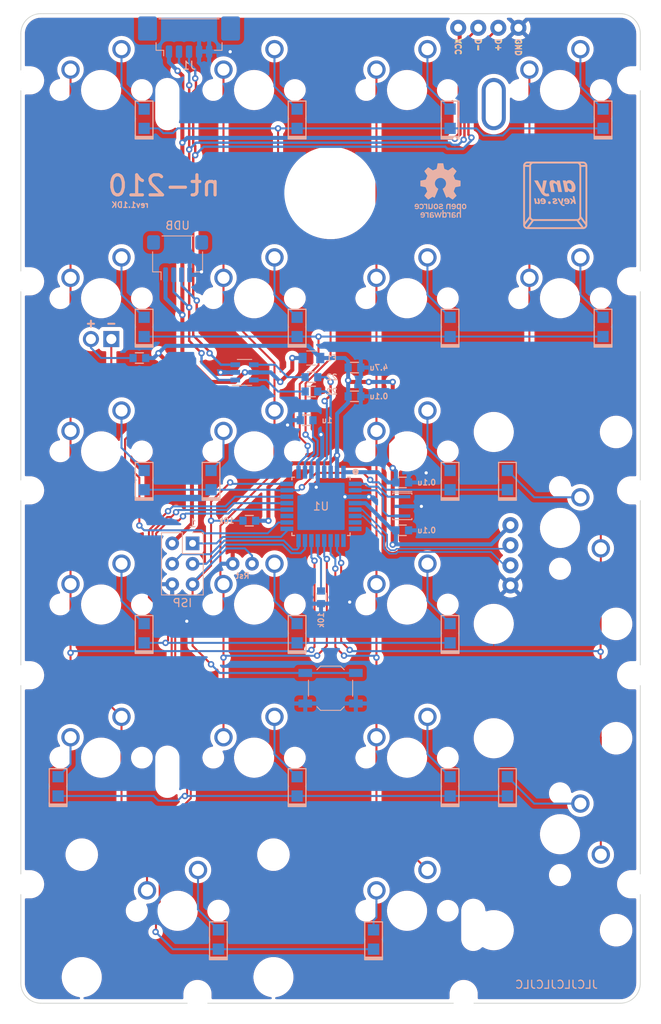
<source format=kicad_pcb>
(kicad_pcb (version 20211014) (generator pcbnew)
  (layers (0 "F.Cu" signal) (31 "B.Cu" signal) (34 "B.Paste" user) (35 "F.Paste" user) (36 "B.SilkS" user "B.Silkscreen") (37 "F.SilkS" user "F.Silkscreen") (38 "B.Mask" user) (39 "F.Mask" user) (44 "Edge.Cuts" user))
  (net 0 "")
  (net 1 "Net-(C5-Pad1)")
  (net 2 "GND")
  (net 3 "VCC")
  (net 4 "VUSB")
  (net 5 "D+")
  (net 6 "D-")
  (net 7 "MISO")
  (net 8 "SCK")
  (net 9 "MOSI")
  (net 10 "RST")
  (net 11 "Net-(R1-Pad1)")
  (net 12 "Net-(L1-Pad2)")
  (net 13 "Net-(D1-Pad2)")
  (net 14 "col0")
  (net 15 "Net-(D2-Pad2)")
  (net 16 "col1")
  (net 17 "Net-(D3-Pad2)")
  (net 18 "col2")
  (net 19 "col3")
  (net 20 "Net-(D5-Pad2)")
  (net 21 "Net-(D9-Pad2)")
  (net 22 "Net-(D10-Pad2)")
  (net 23 "Net-(D12-Pad2)")
  (net 24 "Net-(D13-Pad2)")
  (net 26 "Net-(D20-Pad2)")
  (net 28 "Net-(D21-Pad2)")
  (net 29 "Net-(L1-Pad1)")
  (net 32 "Net-(U1-Pad2)")
  (net 33 "Net-(U1-Pad1)")
  (net 34 "row0")
  (net 35 "row1")
  (net 36 "row2")
  (net 37 "row3")
  (net 38 "row4")
  (net 39 "row5")
  (net 40 "Net-(D23-Pad2)")
  (net 41 "Net-(D17-Pad2)")
  (net 42 "Net-(D18-Pad2)")
  (net 43 "Net-(D19-Pad2)")
  (net 44 "Net-(D14-Pad2)")
  (net 45 "Net-(D15-Pad2)")
  (net 46 "Net-(D11-Pad2)")
  (net 47 "Net-(D4-Pad2)")
  (net 48 "Net-(D6-Pad2)")
  (net 49 "Net-(D7-Pad2)")
  (net 50 "Net-(D8-Pad2)")
  (net 51 "Net-(R1-Pad2)")
  (net 52 "Net-(R2-Pad1)")
  (net 53 "Net-(R2-Pad2)")
  (net 54 "Net-(R3-Pad2)")
  (footprint "" (layer "F.Cu") (at 60.5028 63.6524 90)
    (fp_text reference "")
    (fp_text value "")
  )
  (footprint "footprints:solder_header" (layer "F.Cu") (at 57.745353 1.785931)
    (fp_text reference "J4" hide)
    (fp_text value "Solder header")
  )
  (footprint "Keeb_switches:CHERRY_PLATE_100H" (layer "F.Cu") (at 28.575 9.525)
    (fp_text reference "K2" hide)
    (fp_text value "KEYSW" hide)
  )
  (footprint "footprints:sidehole" (layer "F.Cu") (at 0.175008 59.325008)
    (fp_text reference "REF**" hide)
    (fp_text value "sidehole")
  )
  (footprint "footprints:Mx-2.00U" (layer "F.Cu") (at 19.050008 111.625008)
    (fp_text reference "K21")
    (fp_text value "KEYSW")
  )
  (footprint "footprints:sidehole" (layer "F.Cu") (at 76.025008 8.325008)
    (fp_text reference "REF**" hide)
    (fp_text value "sidehole")
  )
  (footprint "footprints:plate_mount_tht" (layer "F.Cu") (at 66.675 9.525)
    (fp_text reference "REF**" hide)
    (fp_text value "plate_mount_tht")
  )
  (footprint "Keeb_switches:CHERRY_PLATE_100H" (layer "F.Cu") (at 28.575008 92.575008)
    (fp_text reference "K18" hide)
    (fp_text value "KEYSW" hide)
  )
  (footprint "Keeb_switches:CHERRY_PLATE_100H" (layer "F.Cu") (at 9.525008 54.475008)
    (fp_text reference "K9" hide)
    (fp_text value "KEYSW" hide)
  )
  (footprint "Keeb_switches:CHERRY_PLATE_100H" (layer "F.Cu") (at 9.525008 92.575008)
    (fp_text reference "K17" hide)
    (fp_text value "KEYSW" hide)
  )
  (footprint "Keeb_switches:CHERRY_PLATE_100H" (layer "F.Cu") (at 47.625008 111.625008)
    (fp_text reference "K23" hide)
    (fp_text value "KEYSW" hide)
  )
  (footprint "" (layer "F.Cu") (at 60.5028 66.1524 90)
    (fp_text reference "")
    (fp_text value "")
  )
  (footprint "footprints:sidehole" (layer "F.Cu") (at 54.675008 122.475008 90)
    (fp_text reference "REF**" hide)
    (fp_text value "sidehole")
  )
  (footprint "footprints:sidehole" (layer "F.Cu") (at 0.175008 33.325008)
    (fp_text reference "REF**" hide)
    (fp_text value "sidehole")
  )
  (footprint "" (layer "F.Cu") (at 60.5028 68.6524 90)
    (fp_text reference "")
    (fp_text value "")
  )
  (footprint "Keeb_switches:CHERRY_PLATE_100H" (layer "F.Cu") (at 9.525 9.525)
    (fp_text reference "K1" hide)
    (fp_text value "KEYSW" hide)
  )
  (footprint "footprints:sidehole" (layer "F.Cu") (at 76.025008 82.325008)
    (fp_text reference "REF**" hide)
    (fp_text value "sidehole")
  )
  (footprint "footprints:sidehole" (layer "F.Cu") (at 76.025008 59.325008)
    (fp_text reference "REF**" hide)
    (fp_text value "sidehole")
  )
  (footprint "footprints:10.5mm_hole" (layer "F.Cu") (at 38.100008 22.325008)
    (fp_text reference "REF**" hide)
    (fp_text value "10.5mm_hole")
  )
  (footprint "Keeb_switches:CHERRY_PLATE_100H" (layer "F.Cu") (at 47.625008 35.425008)
    (fp_text reference "K7" hide)
    (fp_text value "KEYSW" hide)
  )
  (footprint "footprints:sidehole" (layer "F.Cu") (at 0.175008 108.325008)
    (fp_text reference "REF**" hide)
    (fp_text value "sidehole")
  )
  (footprint "Keeb_switches:CHERRY_MX_LED_neo" (layer "F.Cu") (at 9.525008 35.425008)
    (fp_text reference "L1" hide)
    (fp_text value "LED" hide)
  )
  (footprint "" (layer "F.Cu") (at 26.408 68.453)
    (fp_text reference "")
    (fp_text value "")
  )
  (footprint "Keeb_switches:CHERRY_PLATE_100H" (layer "F.Cu") (at 9.525008 35.425008)
    (fp_text reference "K5" hide)
    (fp_text value "KEYSW" hide)
  )
  (footprint "footprints:sidehole" (layer "F.Cu") (at 0.175008 82.325008)
    (fp_text reference "REF**" hide)
    (fp_text value "sidehole")
  )
  (footprint "Keeb_switches:CHERRY_PLATE_100H" (layer "F.Cu") (at 47.625008 92.575008)
    (fp_text reference "K19" hide)
    (fp_text value "KEYSW" hide)
  )
  (footprint "footprints:sidehole" (layer "F.Cu") (at 76.025008 108.325008)
    (fp_text reference "REF**" hide)
    (fp_text value "sidehole")
  )
  (footprint "footprints:sidehole" (layer "F.Cu") (at 21.525008 122.475008 90)
    (fp_text reference "REF**" hide)
    (fp_text value "sidehole")
  )
  (footprint "footprints:sidehole" (layer "F.Cu") (at 76.025008 33.325008)
    (fp_text reference "REF**" hide)
    (fp_text value "sidehole")
  )
  (footprint "footprints:Mx-2.00U" (layer "F.Cu") (at 66.675008 64.000008 -90)
    (fp_text reference "K20")
    (fp_text value "KEYSW")
  )
  (footprint "Keeb_switches:CHERRY_PLATE_100H" (layer "F.Cu") (at 47.625008 73.525008)
    (fp_text reference "K15" hide)
    (fp_text value "KEYSW" hide)
  )
  (footprint "Keeb_switches:CHERRY_PLATE_100H" (layer "F.Cu") (at 28.575008 54.475008)
    (fp_text reference "K10" hide)
    (fp_text value "KEYSW" hide)
  )
  (footprint "Keeb_switches:CHERRY_PLATE_100H" (layer "F.Cu") (at 66.675008 35.425008)
    (fp_text reference "K8" hide)
    (fp_text value "KEYSW" hide)
  )
  (footprint "Keeb_switches:CHERRY_PLATE_100H" (layer "F.Cu") (at 66.675 9.525)
    (fp_text reference "K4" hide)
    (fp_text value "KEYSW" hide)
  )
  (footprint "footprints:sidehole" (layer "F.Cu") (at 0.175008 8.325008)
    (fp_text reference "REF**" hide)
    (fp_text value "sidehole")
  )
  (footprint "Keeb_switches:CHERRY_PLATE_100H" (layer "F.Cu") (at 28.575008 35.425008)
    (fp_text reference "K6" hide)
    (fp_text value "KEYSW" hide)
  )
  (footprint "Keeb_switches:CHERRY_PLATE_100H" (layer "F.Cu") (at 47.625008 54.475008)
    (fp_text reference "K11" hide)
    (fp_text value "KEYSW" hide)
  )
  (footprint "Keeb_switches:CHERRY_PLATE_100H" (layer "F.Cu") (at 28.575008 73.525008)
    (fp_text reference "K14" hide)
    (fp_text value "KEYSW" hide)
  )
  (footprint "footprints:Mx-2.00U" (layer "F.Cu") (at 66.675008 102.100008 -90)
    (fp_text reference "K20")
    (fp_text value "KEYSW")
  )
  (footprint "" (layer "F.Cu") (at 60.5028 71.1524 90)
    (fp_text reference "")
    (fp_text value "")
  )
  (footprint "Keeb_switches:CHERRY_PLATE_100H" (layer "F.Cu") (at 9.525008 73.525008)
    (fp_text reference "K13" hide)
    (fp_text value "KEYSW" hide)
  )
  (footprint "" (layer "F.Cu") (at 28.321 68.453)
    (fp_text reference "")
    (fp_text value "")
  )
  (footprint "Keeb_switches:CHERRY_PLATE_100H" (layer "F.Cu") (at 47.625 9.525)
    (fp_text reference "K3" hide)
    (fp_text value "KEYSW" hide)
  )
  (footprint "Keeb_components:C_0603" (layer "B.Cu") (at 41.076589 44.053154)
    (fp_text reference "C4" hide)
    (fp_text value "4.7u")
  )
  (footprint "Keeb_components:D_0805" (layer "B.Cu") (at 33.932841 96.146934 90)
    (fp_text reference "D18")
    (fp_text value "D" hide)
  )
  (footprint "Keeb_components:D_0805" (layer "B.Cu") (at 52.982857 58.046902 90)
    (fp_text reference "D11")
    (fp_text value "D" hide)
  )
  (footprint "Keeb_components:ATMEGA32U2" (layer "B.Cu") (at 36.909398 61.317231 180)
    (fp_text reference "U1")
    (fp_text value "ATMEGA32U2")
  )
  (footprint "Button_Switch_SMD:SW_SPST_TL3342" (layer "B.Cu") (at 38.100024 83.939125)
    (fp_text reference "SW1" hide)
    (fp_text value "Reset")
  )
  (footprint "footprints:plate_mount" (layer "B.Cu") (at 9.525008 92.575008 180)
    (fp_text reference "REF**" hide)
    (fp_text value "plate_mount")
  )
  (footprint "Keeb_components:D_0805" (layer "B.Cu") (at 14.882825 77.096918 90)
    (fp_text reference "D13")
    (fp_text value "D" hide)
  )
  (footprint "footprints:MegaMan7" (layer "B.Cu") (at 27.686 22.987 180)
    (fp_text reference "G***" hide)
    (fp_text value "LOGO" hide)
  )
  (footprint "Keeb_components:C_0603" (layer "B.Cu") (at 41.076589 47.625032)
    (fp_text reference "C1" hide)
    (fp_text value "0.1u")
  )
  (footprint "Keeb_components:JST_SH_SM04B-SRSS-TB_1x04-1MP_P1.00mm_Horizontal" (layer "B.Cu") (at 19.050008 30.360955)
    (fp_text reference "J3" hide)
    (fp_text value "UDB")
  )
  (footprint "Keeb_components:F_0805" (layer "B.Cu") (at 35.718772 42.862528 180)
    (fp_text reference "F1")
    (fp_text value "Fuse" hide)
  )
  (footprint "Keeb_components:C_0603" (layer "B.Cu") (at 35.123459 50.601597 180)
    (fp_text reference "C5" hide)
    (fp_text value "1u")
  )
  (footprint "Keeb_components:D_0805" (layer "B.Cu") (at 33.932841 38.996886 90)
    (fp_text reference "D6")
    (fp_text value "D" hide)
  )
  (footprint "Keeb_components:D_0805" (layer "B.Cu") (at 33.932833 13.096878 90)
    (fp_text reference "D2")
    (fp_text value "D" hide)
  )
  (footprint "Keeb_components:D_0805" (layer "B.Cu") (at 24.130008 115.19695 90)
    (fp_text reference "D21")
    (fp_text value "D" hide)
  )
  (footprint "Keeb_components:R_0603" (layer "B.Cu") (at 27.979703 63.10317)
    (fp_text reference "R4" hide)
    (fp_text value "10k")
  )
  (footprint "footprints:plate_mount" (layer "B.Cu") (at 47.62504 111.625072 180)
    (fp_text reference "REF**" hide)
    (fp_text value "plate_mount")
  )
  (footprint "Keeb_components:USBLC6-2SC6" (layer "B.Cu") (at 27.38439 44.648467 180)
    (fp_text reference "U2" hide)
    (fp_text value "USBLC6-2SC6")
  )
  (footprint "Keeb_components:D_0805" (layer "B.Cu") (at 43.457849 115.19695 90)
    (fp_text reference "D23")
    (fp_text value "D" hide)
  )
  (footprint "Keeb_components:D_0805" (layer "B.Cu") (at 52.982857 38.996886 90)
    (fp_text reference "D7")
    (fp_text value "D" hide)
  )
  (footprint "Keeb_components:D_0805" (layer "B.Cu") (at 14.882825 38.996886 90)
    (fp_text reference "D5")
    (fp_text value "D" hide)
  )
  (footprint "Keeb_components:oshw" (layer "B.Cu") (at 51.792223 22.026573 180)
    (fp_text reference "G***" hide)
    (fp_text value "LOGO" hide)
  )
  (footprint "Keeb_components:D_0805" (layer "B.Cu") (at 72.032865 13.096878 90)
    (fp_text reference "D4")
    (fp_text value "D" hide)
  )
  (footprint "Keeb_components:D_0805" (layer "B.Cu") (at 52.982857 77.096918 90)
    (fp_text reference "D15")
    (fp_text value "D" hide)
  )
  (footprint "Keeb_components:D_0805" (layer "B.Cu") (at 60.126613 58.046902 90)
    (fp_text reference "D12")
    (fp_text value "D" hide)
  )
  (footprint "Keeb_components:D_0805" (layer "B.Cu") (at 4.167191 96.146934 90)
    (fp_text reference "D17")
    (fp_text value "D" hide)
  )
  (footprint "Keeb_components:D_0805" (layer "B.Cu") (at 60.126613 96.146934 90)
    (fp_text reference "D20")
    (fp_text value "D" hide)
  )
  (footprint "Keeb_components:D_0805" (layer "B.Cu") (at 23.217207 58.046902 90)
    (fp_text reference "D10")
    (fp_text value "D" hide)
  )
  (footprint "Keeb_components:R_0603" (layer "B.Cu") (at 36.909398 72.628178 90)
    (fp_text reference "R3" hide)
    (fp_text value "10k")
  )
  (footprint "Keeb_components:D_0805" (layer "B.Cu") (at 14.882825 58.046902 90)
    (fp_text reference "D9")
    (fp_text value "D" hide)
  )
  (footprint "Keeb_components:D_0805" (layer "B.Cu") (at 52.982857 96.146934 90)
    (fp_text reference "D19")
    (fp_text value "D" hide)
  )
  (footprint "Keeb_components:D_0805" (layer "B.Cu") (at 33.932841 77.096918 90)
    (fp_text reference "D14")
    (fp_text value "D" hide)
  )
  (footprint "Keeb_components:logo_new" (layer "B.Cu") (at 66.079735 22.621886 180)
    (fp_text reference "G***" hide)
    (fp_text value "LOGO" hide)
  )
  (footprint "Keeb_components:isp_standard" (layer "B.Cu") (at 19.645321 68.460987 180)
    (fp_text reference "J2" hide)
    (fp_text value "ISP")
  )
  (footprint "Keeb_components:R_0603" (layer "B.Cu") (at 35.718772 45.24378 180)
    (fp_text reference "R2" hide)
    (fp_text value "22")
  )
  (footprint "Keeb_components:D_0805" (layer "B.Cu") (at 72.032873 38.996886 90)
    (fp_text reference "D8")
    (fp_text value "D" hide)
  )
  (footprint "Keeb_components:R_0603" (layer "B.Cu") (at 14.287504 42.862528 180)
    (fp_text reference "R5" hide)
    (fp_text value "1k")
  )
  (footprint "Keeb_components:D_0805" (layer "B.Cu") (at 14.882817 13.096878 90)
    (fp_text reference "D1")
    (fp_text value "D" hide)
  )
  (footprint "Keeb_components:R_0603" (layer "B.Cu") (at 35.718772 47.029719 180)
    (fp_text reference "R1" hide)
    (fp_text value "22")
  )
  (footprint "Keeb_components:C_0603" (layer "B.Cu") (at 47.029719 58.340666)
    (fp_text reference "C2" hide)
    (fp_text value "0.1u")
  )
  (footprint "Keeb_components:Resonator_SMD_muRata_CSTNExxV-3Pin-p1.2" (layer "B.Cu") (at 47.029719 61.317231 -90)
    (fp_text reference "X1" hide)
    (fp_text value "16mhz")
  )
  (footprint "footprints:Molex-PicoBlade-533980571" (layer "B.Cu") (at 20.475008 3.375008)
    (fp_text reference "J1")
    (fp_text value "53398-0571")
  )
  (footprint "Keeb_components:C_0603" (layer "B.Cu") (at 47.029719 64.293796)
    (fp_text reference "C3" hide)
    (fp_text value "0.1u")
  )
  (footprint "footprints:plate_mount" (layer "B.Cu") (at 9.525 9.525 180)
    (fp_text reference "REF**" hide)
    (fp_text value "plate_mount")
  )
  (footprint "Keeb_components:D_0805" (layer "B.Cu") (at 52.982849 13.096878 90)
    (fp_text reference "D3")
    (fp_text value "D" hide)
  )
  (gr_arc (start 74.175008 0.025008) (mid 75.942775 0.757241) (end 76.675008 2.525008) (layer "Edge.Cuts") (width 0.1))
  (gr_line (start -0.474992 2.525008) (end -0.474992 120.625008) (layer "Edge.Cuts") (width 0.1))
  (gr_arc (start 76.675008 120.625008) (mid 75.942775 122.392775) (end 74.175008 123.125008) (layer "Edge.Cuts") (width 0.1))
  (gr_arc (start 2.025008 123.125008) (mid 0.257241 122.392775) (end -0.474992 120.625008) (layer "Edge.Cuts") (width 0.1))
  (gr_arc (start -0.474992 2.525008) (mid 0.257241 0.757241) (end 2.025008 0.025008) (layer "Edge.Cuts") (width 0.1))
  (gr_line (start 74.175008 0.025008) (end 2.025008 0.025008) (layer "Edge.Cuts") (width 0.1))
  (gr_line (start 76.675008 120.625008) (end 76.675008 2.525008) (layer "Edge.Cuts") (width 0.1))
  (gr_line (start 2.025008 123.125008) (end 74.175008 123.125008) (layer "Edge.Cuts") (width 0.1))
  (gr_text "D+" (at 58.995353 3.035931 90) (layer "B.SilkS") (effects (font (size 0.7 0.7)) (justify left mirror)))
  (gr_text "Rst" (at 26.2128 69.9516) (layer "B.SilkS") (effects (font (size 0.7 0.7)) (justify right mirror)))
  (gr_text "D-" (at 56.495353 3.035931 90) (layer "B.SilkS") (effects (font (size 0.7 0.7)) (justify left mirror)))
  (gr_text "rev1.1DK" (at 10.715626 23.812512) (layer "B.SilkS") (effects (font (size 0.7 0.7)) (justify right mirror)))
  (gr_text "JLCJLCJLCJLC" (at 66.2432 120.8024) (layer "B.SilkS") (effects (font (size 1 1)) (justify mirror)))
  (gr_text "VCC" (at 53.995353 3.035931 90) (layer "B.SilkS") (effects (font (size 0.7 0.7)) (justify left mirror)))
  (gr_text "GND" (at 61.495353 3.035931 90) (layer "B.SilkS") (effects (font (size 0.7 0.7)) (justify left mirror)))
  (gr_text "nt-210" (at 10.120313 21.43126) (layer "B.SilkS") (effects (font (size 2.5 2.5) (thickness 0.4)) (justify right mirror)))
  (gr_text "VCC" (at 53.995353 3.035931 -90) (layer "F.SilkS") (effects (font (size 0.7 0.7)) (justify left)))
  (gr_text "D+" (at 58.995353 3.035931 -90) (layer "F.SilkS") (effects (font (size 0.7 0.7)) (justify left)))
  (gr_text "D-" (at 56.495353 3.035931 -90) (layer "F.SilkS") (effects (font (size 0.7 0.7)) (justify left)))
  (gr_text "GND" (at 61.495353 3.035931 -90) (layer "F.SilkS") (effects (font (size 0.7 0.7)) (justify left)))
  (segment (start 35.910959 52.579723) (end 35.910959 50.601597) (width 0.25) (layer "B.Cu") (net 1))
  (segment (start 35.709398 55.664594) (end 36.485838 54.888154) (width 0.25) (layer "B.Cu") (net 1))
  (segment (start 35.709398 57.067231) (end 35.709398 55.664594) (width 0.25) (layer "B.Cu") (net 1))
  (segment (start 36.485838 53.154602) (end 35.910959 52.579723) (width 0.25) (layer "B.Cu") (net 1))
  (segment (start 36.485838 54.888154) (end 36.485838 53.154602) (width 0.25) (layer "B.Cu") (net 1))
  (segment (start 18.375321 71.000987) (end 18.375321 73.144117) (width 0.5) (layer "F.Cu") (net 2))
  (segment (start 18.375321 73.144117) (end 19.050008 73.818804) (width 0.5) (layer "F.Cu") (net 2))
  (segment (start 20.190821 74.959617) (end 20.190821 75.604743) (width 0.5) (layer "F.Cu") (net 2))
  (segment (start 19.050008 73.818804) (end 20.190821 74.959617) (width 0.5) (layer "F.Cu") (net 2))
  (via (at 36.314085 58.935979) (size 0.8) (drill 0.4) (layers "F.Cu" "B.Cu") (net 2))
  (via (at 32.742207 51.19691) (size 0.8) (drill 0.4) (layers "F.Cu" "B.Cu") (net 2))
  (via (at 39.885963 60.126605) (size 0.8) (drill 0.4) (layers "F.Cu" "B.Cu") (net 2))
  (via (at 42.862528 60.126605) (size 0.8) (drill 0.4) (layers "F.Cu" "B.Cu") (net 2))
  (via (at 50.006284 57.15004) (size 0.8) (drill 0.4) (layers "F.Cu" "B.Cu") (net 2))
  (via (at 36.910378 52.387536) (size 0.8) (drill 0.4) (layers "F.Cu" "B.Cu") (net 2))
  (via (at 20.190821 75.604743) (size 0.8) (drill 0.4) (layers "F.Cu" "B.Cu") (net 2))
  (via (at 22.026573 32.146894) (size 0.8) (drill 0.4) (layers "F.Cu" "B.Cu") (net 2))
  (via (at 49.410971 61.317231) (size 0.8) (drill 0.4) (layers "F.Cu" "B.Cu") (net 2))
  (via (at 40.481284 73.223499) (size 0.8) (drill 0.4) (layers "F.Cu" "B.Cu") (net 2))
  (via (at 25.598451 4.762496) (size 0.8) (drill 0.4) (layers "F.Cu" "B.Cu") (net 2))
  (via (at 24.407825 44.648467) (size 0.8) (drill 0.4) (layers "F.Cu" "B.Cu") (net 2))
  (segment (start 47.817219 58.340666) (end 47.817219 57.553166) (width 0.5) (layer "B.Cu") (net 2))
  (segment (start 36.909398 73.415678) (end 40.289105 73.415678) (width 0.5) (layer "B.Cu") (net 2))
  (segment (start 22.975008 4.625008) (end 25.460963 4.625008) (width 0.3) (layer "B.Cu") (net 2))
  (segment (start 26.23439 44.648467) (end 24.407825 44.648467) (width 0.5) (layer "B.Cu") (net 2))
  (segment (start 47.029719 61.317231) (end 49.410971 61.317231) (width 0.5) (layer "B.Cu") (net 2))
  (segment (start 37.060358 52.537516) (end 37.060358 55.126127) (width 0.5) (layer "B.Cu") (net 2))
  (segment (start 40.289105 73.415678) (end 40.481284 73.223499) (width 0.5) (layer "B.Cu") (net 2))
  (segment (start 37.060358 55.126127) (end 36.509398 55.677087) (width 0.5) (layer "B.Cu") (net 2))
  (segment (start 47.817219 57.553166) (end 48.220345 57.15004) (width 0.5) (layer "B.Cu") (net 2))
  (segment (start 21.725008 4.625008) (end 22.975008 4.625008) (width 0.3) (layer "B.Cu") (net 2))
  (segment (start 39.895337 60.117231) (end 39.885963 60.126605) (width 0.5) (layer "B.Cu") (net 2))
  (segment (start 34.335959 50.601597) (end 33.33752 50.601597) (width 0.5) (layer "B.Cu") (net 2))
  (segment (start 33.33752 50.601597) (end 32.742207 51.19691) (width 0.5) (layer "B.Cu") (net 2))
  (segment (start 36.509398 55.677087) (end 36.509398 57.067231) (width 0.5) (layer "B.Cu") (net 2))
  (segment (start 36.509398 58.740666) (end 36.314085 58.935979) (width 0.5) (layer "B.Cu") (net 2))
  (segment (start 25.460963 4.625008) (end 25.598451 4.762496) (width 0.3) (layer "B.Cu") (net 2))
  (segment (start 41.159398 60.117231) (end 42.853154 60.117231) (width 0.5) (layer "B.Cu") (net 2))
  (segment (start 36.509398 57.067231) (end 36.509398 58.740666) (width 0.5) (layer "B.Cu") (net 2))
  (segment (start 20.550008 32.510955) (end 21.662512 32.510955) (width 0.5) (layer "B.Cu") (net 2))
  (segment (start 41.159398 60.117231) (end 39.895337 60.117231) (width 0.5) (layer "B.Cu") (net 2))
  (segment (start 42.853154 60.117231) (end 42.862528 60.126605) (width 0.5) (layer "B.Cu") (net 2))
  (segment (start 48.220345 57.15004) (end 50.006284 57.15004) (width 0.5) (layer "B.Cu") (net 2))
  (segment (start 21.662512 32.510955) (end 22.026573 32.146894) (width 0.5) (layer "B.Cu") (net 2))
  (segment (start 36.910378 52.387536) (end 37.060358 52.537516) (width 0.5) (layer "B.Cu") (net 2))
  (segment (start 45.131587 55.847221) (end 45.131587 53.442198) (width 0.5) (layer "F.Cu") (net 3))
  (segment (start 45.131587 53.442198) (end 45.715015 52.85877) (width 0.5) (layer "F.Cu") (net 3))
  (segment (start 30.360955 63.10317) (end 30.360955 58.935979) (width 0.5) (layer "F.Cu") (net 3))
  (segment (start 37.932833 55.959414) (end 38.909398 54.982849) (width 0.5) (layer "F.Cu") (net 3))
  (segment (start 30.360955 58.935979) (end 33.33752 55.959414) (width 0.5) (layer "F.Cu") (net 3))
  (segment (start 45.839093 52.734692) (end 45.839093 45.839093) (width 0.5) (layer "F.Cu") (net 3))
  (segment (start 33.33752 55.959414) (end 37.932833 55.959414) (width 0.5) (layer "F.Cu") (net 3))
  (segment (start 45.839093 56.554727) (end 45.131587 55.847221) (width 0.5) (layer "F.Cu") (net 3))
  (segment (start 45.715015 52.85877) (end 45.839093 52.734692) (width 0.5) (layer "F.Cu") (net 3))
  (segment (start 45.839093 56.554727) (end 45.839093 66.079735) (width 0.5) (layer "F.Cu") (net 3))
  (segment (start 20.835947 63.460361) (end 20.835947 46.434406) (width 0.5) (layer "F.Cu") (net 3))
  (segment (start 40.481276 45.839093) (end 40.289089 45.646906) (width 0.5) (layer "F.Cu") (net 3))
  (segment (start 42.862528 45.839093) (end 40.481276 45.839093) (width 0.5) (layer "F.Cu") (net 3))
  (segment (start 20.835947 46.434406) (end 16.668756 42.267215) (width 0.5) (layer "F.Cu") (net 3))
  (segment (start 18.375321 65.920987) (end 20.835947 63.460361) (width 0.5) (layer "F.Cu") (net 3))
  (via (at 40.289089 45.646906) (size 0.8) (drill 0.4) (layers "F.Cu" "B.Cu") (net 3))
  (via (at 16.668756 42.267215) (size 0.8) (drill 0.4) (layers "F.Cu" "B.Cu") (net 3))
  (via (at 45.839093 66.079735) (size 0.8) (drill 0.4) (layers "F.Cu" "B.Cu") (net 3))
  (via (at 45.839093 56.554727) (size 0.8) (drill 0.4) (layers "F.Cu" "B.Cu") (net 3))
  (via (at 38.909398 54.982849) (size 0.8) (drill 0.4) (layers "F.Cu" "B.Cu") (net 3))
  (via (at 45.839093 45.839093) (size 0.8) (drill 0.4) (layers "F.Cu" "B.Cu") (net 3))
  (via (at 30.360955 63.10317) (size 0.8) (drill 0.4) (layers "F.Cu" "B.Cu") (net 3))
  (via (at 42.862528 45.839093) (size 0.8) (drill 0.4) (layers "F.Cu" "B.Cu") (net 3))
  (segment (start 45.24378 58.340666) (end 43.970345 57.067231) (width 0.5) (layer "B.Cu") (net 3))
  (segment (start 35.302641 41.346397) (end 17.589574 41.346397) (width 0.5) (layer "B.Cu") (net 3))
  (segment (start 40.289089 44.053154) (end 40.289089 43.265654) (width 0.5) (layer "B.Cu") (net 3))
  (segment (start 46.242219 65.676609) (end 45.839093 66.079735) (width 0.5) (layer "B.Cu") (net 3))
  (segment (start 38.909398 54.982849) (end 38.909398 49.792223) (width 0.5) (layer "B.Cu") (net 3))
  (segment (start 58.1152 66.04) (end 45.878828 66.04) (width 0.5) (layer "B.Cu") (net 3))
  (segment (start 16.668756 42.267215) (end 16.073443 42.862528) (width 0.5) (layer "B.Cu") (net 3))
  (segment (start 16.073443 42.862528) (end 15.075004 42.862528) (width 0.5) (layer "B.Cu") (net 3))
  (segment (start 60.5028 63.6524) (end 58.1152 66.04) (width 0.5) (layer "B.Cu") (net 3))
  (segment (start 45.878828 66.04) (end 45.839093 66.079735) (width 0.5) (layer "B.Cu") (net 3))
  (segment (start 42.462528 60.917231) (end 41.159398 60.917231) (width 0.5) (layer "B.Cu") (net 3))
  (segment (start 46.242219 64.293796) (end 46.242219 65.676609) (width 0.5) (layer "B.Cu") (net 3))
  (segment (start 45.839093 64.293796) (end 42.462528 60.917231) (width 0.5) (layer "B.Cu") (net 3))
  (segment (start 40.289089 43.265654) (end 39.885963 42.862528) (width 0.5) (layer "B.Cu") (net 3))
  (segment (start 40.289089 48.412532) (end 40.289089 47.625032) (width 0.5) (layer "B.Cu") (net 3))
  (segment (start 36.818772 42.862528) (end 35.302641 41.346397) (width 0.5) (layer "B.Cu") (net 3))
  (segment (start 38.909398 49.792223) (end 40.289089 48.412532) (width 0.5) (layer "B.Cu") (net 3))
  (segment (start 43.970345 57.067231) (end 39.709398 57.067231) (width 0.5) (layer "B.Cu") (net 3))
  (segment (start 17.589574 41.346397) (end 16.668756 42.267215) (width 0.5) (layer "B.Cu") (net 3))
  (segment (start 46.242219 58.340666) (end 46.242219 56.957853) (width 0.5) (layer "B.Cu") (net 3))
  (segment (start 40.289089 45.646906) (end 40.289089 47.625032) (width 0.5) (layer "B.Cu") (net 3))
  (segment (start 45.839093 45.839093) (end 42.862528 45.839093) (width 0.5) (layer "B.Cu") (net 3))
  (segment (start 46.242219 56.957853) (end 45.839093 56.554727) (width 0.5) (layer "B.Cu") (net 3))
  (segment (start 28.767203 63.10317) (end 30.360955 63.10317) (width 0.5) (layer "B.Cu") (net 3))
  (segment (start 39.885963 42.862528) (end 36.818772 42.862528) (width 0.5) (layer "B.Cu") (net 3))
  (segment (start 46.242219 58.340666) (end 45.24378 58.340666) (width 0.5) (layer "B.Cu") (net 3))
  (segment (start 46.242219 64.293796) (end 45.839093 64.293796) (width 0.5) (layer "B.Cu") (net 3))
  (segment (start 40.289089 44.053154) (end 40.289089 45.646906) (width 0.5) (layer "B.Cu") (net 3))
  (segment (start 38.909398 57.067231) (end 38.909398 54.982849) (width 0.5) (layer "B.Cu") (net 3))
  (segment (start 33.33752 44.341081) (end 31.839508 45.839093) (width 0.5) (layer "F.Cu") (net 4))
  (segment (start 19.645321 37.504711) (end 19.645321 16.073443) (width 0.5) (layer "F.Cu") (net 4))
  (segment (start 54.173483 14.287512) (end 54.173483 15.001067) (width 0.5) (layer "F.Cu") (net 4))
  (segment (start 26.193764 45.839093) (end 23.217199 45.839093) (width 0.5) (layer "F.Cu") (net 4))
  (segment (start 19.645321 42.267215) (end 19.645321 37.504711) (width 0.5) (layer "F.Cu") (net 4))
  (segment (start 33.33752 42.862528) (end 33.33752 44.341081) (width 0.5) (layer "F.Cu") (net 4))
  (segment (start 27.433892 44.648467) (end 27.38439 44.648467) (width 0.5) (layer "F.Cu") (net 4))
  (segment (start 27.38439 44.648467) (end 26.193764 45.839093) (width 0.5) (layer "F.Cu") (net 4))
  (segment (start 53.995353 1.785931) (end 54.173483 1.964061) (width 0.5) (layer "F.Cu") (net 4))
  (segment (start 19.645321 16.073443) (end 19.645321 7.739061) (width 0.5) (layer "F.Cu") (net 4))
  (segment (start 23.217199 45.839093) (end 19.645321 42.267215) (width 0.5) (layer "F.Cu") (net 4))
  (segment (start 19.645321 7.739061) (end 19.050008 7.143748) (width 0.5) (layer "F.Cu") (net 4))
  (segment (start 54.173483 1.964061) (end 54.173483 14.287512) (width 0.5) (layer "F.Cu") (net 4))
  (segment (start 54.173483 15.001067) (end 53.57817 15.59638) (width 0.5) (layer "F.Cu") (net 4))
  (via (at 27.433892 44.648467) (size 0.8) (drill 0.4) (layers "F.Cu" "B.Cu") (net 4))
  (via (at 53.57817 15.59638) (size 0.8) (drill 0.4) (layers "F.Cu" "B.Cu") (net 4))
  (via (at 19.645321 37.504711) (size 0.8) (drill 0.4) (layers "F.Cu" "B.Cu") (net 4))
  (via (at 19.050008 7.143748) (size 0.8) (drill 0.4) (layers "F.Cu" "B.Cu") (net 4))
  (via (at 31.839508 45.839093) (size 0.8) (drill 0.4) (layers "F.Cu" "B.Cu") (net 4))
  (via (at 33.33752 42.862528) (size 0.8) (drill 0.4) (layers "F.Cu" "B.Cu") (net 4))
  (via (at 19.645321 16.073443) (size 0.8) (drill 0.4) (layers "F.Cu" "B.Cu") (net 4))
  (segment (start 33.33752 42.862528) (end 34.618772 42.862528) (width 0.5) (layer "B.Cu") (net 4))
  (segment (start 30.648882 44.648467) (end 31.839508 45.839093) (width 0.5) (layer "B.Cu") (net 4))
  (segment (start 17.550008 35.409398) (end 19.645321 37.504711) (width 0.5) (layer "B.Cu") (net 4))
  (segment (start 27.433892 44.648467) (end 28.53439 44.648467) (width 0.5) (layer "B.Cu") (net 4))
  (segment (start 53.459928 15.478138) (end 20.240626 15.478138) (width 0.5) (layer "B.Cu") (net 4))
  (segment (start 17.550008 32.510955) (end 17.550008 35.409398) (width 0.5) (layer "B.Cu") (net 4))
  (segment (start 53.57817 15.59638) (end 53.459928 15.478138) (width 0.5) (layer "B.Cu") (net 4))
  (segment (start 17.975008 6.068748) (end 19.050008 7.143748) (width 0.5) (layer "B.Cu") (net 4))
  (segment (start 17.975008 4.625008) (end 17.975008 6.068748) (width 0.5) (layer "B.Cu") (net 4))
  (segment (start 28.53439 44.648467) (end 30.648882 44.648467) (width 0.5) (layer "B.Cu") (net 4))
  (segment (start 20.240626 15.478138) (end 19.645321 16.073443) (width 0.5) (layer "B.Cu") (net 4))
  (segment (start 21.244321 8.077605) (end 21.335466 8.16875) (width 0.3) (layer "F.Cu") (net 5))
  (segment (start 20.994341 9.770331) (end 20.994341 14.724439) (width 0.3) (layer "F.Cu") (net 5))
  (segment (start 55.272523 15.077585) (end 55.641739 15.446801) (width 0.3) (layer "F.Cu") (net 5))
  (segment (start 58.995353 1.785931) (end 55.272523 5.508761) (width 0.3) (layer "F.Cu") (net 5))
  (segment (start 55.272523 5.508761) (end 55.272523 7.143756) (width 0.3) (layer "F.Cu") (net 5))
  (segment (start 21.244332 16.481829) (end 21.244332 16.855711) (width 0.3) (layer "F.Cu") (net 5))
  (segment (start 21.43126 37.821499) (end 20.994341 38.258418) (width 0.3) (layer "F.Cu") (net 5))
  (segment (start 21.43126 35.718772) (end 21.43126 37.821499) (width 0.3) (layer "F.Cu") (net 5))
  (segment (start 23.031425 42.269008) (end 23.031425 42.081441) (width 0.3) (layer "F.Cu") (net 5))
  (segment (start 20.994341 18.89163) (end 20.994341 35.281853) (width 0.3) (layer "F.Cu") (net 5))
  (segment (start 20.994341 16.231837) (end 21.133611 16.371108) (width 0.3) (layer "F.Cu") (net 5))
  (segment (start 20.994341 18.89163) (end 20.994341 17.879678) (width 0.3) (layer "F.Cu") (net 5))
  (segment (start 21.133611 16.371108) (end 21.244332 16.481829) (width 0.3) (layer "F.Cu") (net 5))
  (segment (start 20.994341 35.281853) (end 21.43126 35.718772) (width 0.3) (layer "F.Cu") (net 5))
  (segment (start 20.994341 40.044357) (end 20.994341 38.258418) (width 0.3) (layer "F.Cu") (net 5))
  (segment (start 55.272523 7.143756) (end 55.272523 15.077585) (width 0.3) (layer "F.Cu") (net 5))
  (segment (start 20.994341 17.879678) (end 21.244321 17.629698) (width 0.3) (layer "F.Cu") (net 5))
  (segment (start 23.031425 42.081441) (end 20.994341 40.044357) (width 0.3) (layer "F.Cu") (net 5))
  (segment (start 21.335466 8.16875) (end 21.335466 9.429206) (width 0.3) (layer "F.Cu") (net 5))
  (segment (start 21.335466 9.429206) (end 20.994341 9.770331) (width 0.3) (layer "F.Cu") (net 5))
  (segment (start 20.994341 14.724439) (end 20.994341 16.231837) (width 0.3) (layer "F.Cu") (net 5))
  (segment (start 21.244321 17.629698) (end 21.244321 16.855711) (width 0.3) (layer "F.Cu") (net 5))
  (via (at 21.244321 8.077605) (size 0.8) (drill 0.4) (layers "F.Cu" "B.Cu") (net 5))
  (via (at 21.43126 35.718772) (size 0.8) (drill 0.4) (layers "F.Cu" "B.Cu") (net 5))
  (via (at 21.244321 17.629698) (size 0.8) (drill 0.4) (layers "F.Cu" "B.Cu") (net 5))
  (via (at 23.031425 42.269008) (size 0.8) (drill 0.4) (layers "F.Cu" "B.Cu") (net 5))
  (via (at 55.641739 15.446801) (size 0.8) (drill 0.4) (layers "F.Cu" "B.Cu") (net 5))
  (segment (start 53.754816 16.84541) (end 52.655776 16.84541) (width 0.3) (layer "B.Cu") (net 5))
  (segment (start 55.641739 15.794156) (end 54.590485 16.84541) (width 0.3) (layer "B.Cu") (net 5))
  (segment (start 45.549345 66.779246) (end 46.128841 66.779246) (width 0.2) (layer "B.Cu") (net 5))
  (segment (start 24.460884 43.698467) (end 23.031425 42.269008) (width 0.3) (layer "B.Cu") (net 5))
  (segment (start 45.139582 66.369483) (end 45.549345 66.779246) (width 0.2) (layer "B.Cu") (net 5))
  (segment (start 20.475008 6.187496) (end 21.244321 6.956809) (width 0.3) (layer "B.Cu") (net 5))
  (segment (start 54.590485 16.84541) (end 53.754816 16.84541) (width 0.3) (layer "B.Cu") (net 5))
  (segment (start 55.641739 15.446801) (end 55.641739 15.794156) (width 0.3) (layer "B.Cu") (net 5))
  (segment (start 20.475008 4.625008) (end 20.475008 6.187496) (width 0.3) (layer "B.Cu") (net 5))
  (segment (start 45.139582 64.823393) (end 45.139582 66.369483) (width 0.2) (layer "B.Cu") (net 5))
  (segment (start 46.128841 66.779246) (end 46.318567 66.58952) (width 0.2) (layer "B.Cu") (net 5))
  (segment (start 46.318567 66.58952) (end 60.06568 66.58952) (width 0.2) (layer "B.Cu") (net 5))
  (segment (start 19.550008 33.83752) (end 21.43126 35.718772) (width 0.3) (layer "B.Cu") (net 5))
  (segment (start 19.550008 32.510955) (end 19.550008 33.83752) (width 0.3) (layer "B.Cu") (net 5))
  (segment (start 48.815666 16.577178) (end 22.296841 16.577178) (width 0.3) (layer "B.Cu") (net 5))
  (segment (start 52.387544 16.577178) (end 48.815666 16.577178) (width 0.3) (layer "B.Cu") (net 5))
  (segment (start 26.23439 43.698467) (end 24.460884 43.698467) (width 0.3) (layer "B.Cu") (net 5))
  (segment (start 22.296841 16.577178) (end 21.244321 17.629698) (width 0.3) (layer "B.Cu") (net 5))
  (segment (start 42.03342 61.717231) (end 45.139582 64.823393) (width 0.2) (layer "B.Cu") (net 5))
  (segment (start 41.159398 61.717231) (end 42.03342 61.717231) (width 0.2) (layer "B.Cu") (net 5))
  (segment (start 60.06568 66.58952) (end 60.5028 66.1524) (width 0.2) (layer "B.Cu") (net 5))
  (segment (start 52.655776 16.84541) (end 52.387544 16.577178) (width 0.3) (layer "B.Cu") (net 5))
  (segment (start 21.244321 6.956809) (end 21.244321 8.077605) (width 0.3) (layer "B.Cu") (net 5))
  (segment (start 20.494821 40.724713) (end 22.031948 42.26184) (width 0.3) (layer "F.Cu") (net 6))
  (segment (start 20.494821 36.568272) (end 20.494821 40.724713) (width 0.3) (layer "F.Cu") (net 6))
  (segment (start 20.494821 16.922943) (end 20.494821 20.494821) (width 0.3) (layer "F.Cu") (net 6))
  (segment (start 20.494821 20.494821) (end 20.494821 36.568272) (width 0.3) (layer "F.Cu") (net 6))
  (segment (start 54.773003 15.602922) (end 54.675065 15.70086) (width 0.3) (layer "F.Cu") (net 6))
  (segment (start 56.495353 1.785931) (end 54.773003 3.508281) (width 0.3) (layer "F.Cu") (net 6))
  (segment (start 20.494821 8.929687) (end 20.494821 16.922943) (width 0.3) (layer "F.Cu") (net 6))
  (segment (start 54.773003 5.95313) (end 54.773003 15.602922) (width 0.3) (layer "F.Cu") (net 6))
  (segment (start 54.773003 3.508281) (end 54.773003 5.95313) (width 0.3) (layer "F.Cu") (net 6))
  (via (at 20.494821 8.929687) (size 0.8) (drill 0.4) (layers "F.Cu" "B.Cu") (net 6))
  (via (at 54.675065 15.70086) (size 0.8) (drill 0.4) (layers "F.Cu" "B.Cu") (net 6))
  (via (at 22.031948 42.26184) (size 0.8) (drill 0.4) (layers "F.Cu" "B.Cu") (net 6))
  (via (at 20.494821 36.568272) (size 0.8) (drill 0.4) (layers "F.Cu" "B.Cu") (net 6))
  (via (at 20.494821 16.922943) (size 0.8) (drill 0.4) (layers "F.Cu" "B.Cu") (net 6))
  (segment (start 22.031948 42.26184) (end 22.031948 43.463216) (width 0.3) (layer "B.Cu") (net 6))
  (segment (start 52.982857 16.077658) (end 21.340106 16.077658) (width 0.3) (layer "B.Cu") (net 6))
  (segment (start 46.484053 66.98904) (end 46.264693 67.2084) (width 0.2) (layer "B.Cu") (net 6))
  (segment (start 44.740062 65.097895) (end 42.159398 62.517231) (width 0.2) (layer "B.Cu") (net 6))
  (segment (start 20.494821 7.397935) (end 19.225008 6.128122) (width 0.3) (layer "B.Cu") (net 6))
  (segment (start 54.030034 16.345891) (end 53.25109 16.345891) (width 0.3) (layer "B.Cu") (net 6))
  (segment (start 18.550008 32.510955) (end 18.550008 34.623459) (width 0.3) (layer "B.Cu") (net 6))
  (segment (start 21.340106 16.077658) (end 20.494821 16.922943) (width 0.3) (layer "B.Cu") (net 6))
  (segment (start 24.167199 45.598467) (end 26.23439 45.598467) (width 0.3) (layer "B.Cu") (net 6))
  (segment (start 60.5028 68.6524) (end 59.7624 68.6524) (width 0.2) (layer "B.Cu") (net 6))
  (segment (start 45.413493 67.2084) (end 44.740063 66.53497) (width 0.2) (layer "B.Cu") (net 6))
  (segment (start 18.550008 34.623459) (end 20.494821 36.568272) (width 0.3) (layer "B.Cu") (net 6))
  (segment (start 22.031948 43.463216) (end 24.167199 45.598467) (width 0.3) (layer "B.Cu") (net 6))
  (segment (start 59.7624 68.6524) (end 58.09904 66.98904) (width 0.2) (layer "B.Cu") (net 6))
  (segment (start 20.494821 8.929687) (end 20.494821 7.397935) (width 0.3) (layer "B.Cu") (net 6))
  (segment (start 46.264693 67.2084) (end 45.413493 67.2084) (width 0.2) (layer "B.Cu") (net 6))
  (segment (start 54.675065 15.70086) (end 54.030034 16.345891) (width 0.3) (layer "B.Cu") (net 6))
  (segment (start 44.740063 66.53497) (end 44.740062 65.097895) (width 0.2) (layer "B.Cu") (net 6))
  (segment (start 53.25109 16.345891) (end 52.982857 16.077658) (width 0.3) (layer "B.Cu") (net 6))
  (segment (start 42.159398 62.517231) (end 41.159398 62.517231) (width 0.2) (layer "B.Cu") (net 6))
  (segment (start 19.225008 6.128122) (end 19.225008 4.625008) (width 0.3) (layer "B.Cu") (net 6))
  (segment (start 58.09904 66.98904) (end 46.484053 66.98904) (width 0.2) (layer "B.Cu") (net 6))
  (segment (start 32.659398 64.117231) (end 32.659398 64.376605) (width 0.25) (layer "B.Cu") (net 7))
  (segment (start 24.693727 65.117711) (end 31.918292 65.117711) (width 0.25) (layer "B.Cu") (net 7))
  (segment (start 32.659398 64.376605) (end 31.918292 65.117711) (width 0.25) (layer "B.Cu") (net 7))
  (segment (start 20.915321 65.920987) (end 23.89045 65.920987) (width 0.25) (layer "B.Cu") (net 7))
  (segment (start 23.89045 65.920987) (end 24.693727 65.117711) (width 0.25) (layer "B.Cu") (net 7))
  (segment (start 25.003138 66.079735) (end 22.621886 68.460987) (width 0.25) (layer "B.Cu") (net 8))
  (segment (start 33.201581 67.134422) (end 32.146894 66.079735) (width 0.25) (layer "B.Cu") (net 8))
  (segment (start 34.909398 65.567231) (end 34.909398 66.617231) (width 0.25) (layer "B.Cu") (net 8))
  (segment (start 32.146894 66.079735) (end 25.003138 66.079735) (width 0.25) (layer "B.Cu") (net 8))
  (segment (start 34.909398 66.617231) (end 34.392207 67.134422) (width 0.25) (layer "B.Cu") (net 8))
  (segment (start 34.392207 67.134422) (end 33.201581 67.134422) (width 0.25) (layer "B.Cu") (net 8))
  (segment (start 22.621886 68.460987) (end 20.915321 68.460987) (width 0.25) (layer "B.Cu") (net 8))
  (segment (start 18.375321 68.460987) (end 19.565947 67.270361) (width 0.25) (layer "B.Cu") (net 9))
  (segment (start 33.932833 66.675048) (end 34.109398 66.498483) (width 0.25) (layer "B.Cu") (net 9))
  (segment (start 34.109398 66.498483) (end 34.109398 65.567231) (width 0.25) (layer "B.Cu") (net 9))
  (segment (start 32.270108 65.567231) (end 32.596414 65.893538) (width 0.25) (layer "B.Cu") (net 9))
  (segment (start 24.879924 65.567231) (end 32.270108 65.567231) (width 0.25) (layer "B.Cu") (net 9))
  (segment (start 32.596414 65.893538) (end 33.377924 66.675048) (width 0.25) (layer "B.Cu") (net 9))
  (segment (start 23.176794 67.270361) (end 24.879924 65.567231) (width 0.25) (layer "B.Cu") (net 9))
  (segment (start 33.377924 66.675048) (end 33.932833 66.675048) (width 0.25) (layer "B.Cu") (net 9))
  (segment (start 19.565947 67.270361) (end 23.176794 67.270361) (width 0.25) (layer "B.Cu") (net 9))
  (segment (start 23.217199 80.96256) (end 20.915321 78.660682) (width 0.25) (layer "F.Cu") (net 10))
  (segment (start 20.915321 71.000987) (end 23.217199 68.699109) (width 0.25) (layer "F.Cu") (net 10))
  (segment (start 23.217199 60.721918) (end 25.598451 58.340666) (width 0.25) (layer "F.Cu") (net 10))
  (segment (start 23.217199 63.10317) (end 23.217199 60.721918) (width 0.25) (layer "F.Cu") (net 10))
  (segment (start 23.217199 66.079735) (end 23.217199 63.10317) (width 0.25) (layer "F.Cu") (net 10))
  (segment (start 20.915321 78.660682) (end 20.915321 71.000987) (width 0.25) (layer "F.Cu") (net 10))
  (segment (start 23.217199 68.699109) (end 23.217199 66.079735) (width 0.25) (layer "F.Cu") (net 10))
  (via (at 25.598451 58.340666) (size 0.8) (drill 0.4) (layers "F.Cu" "B.Cu") (net 10))
  (via (at 23.217199 80.96256) (size 0.8) (drill 0.4) (layers "F.Cu" "B.Cu") (net 10))
  (via (at 23.217199 63.10317) (size 0.8) (drill 0.4) (layers "F.Cu" "B.Cu") (net 10))
  (segment (start 25.598451 58.340666) (end 25.775016 58.517231) (width 0.25) (layer "B.Cu") (net 10))
  (segment (start 25.775016 58.517231) (end 32.659398 58.517231) (width 0.25) (layer "B.Cu") (net 10))
  (segment (start 34.950024 82.039125) (end 24.293764 82.039125) (width 0.25) (layer "B.Cu") (net 10))
  (segment (start 25.170591 66.548) (end 27.432 66.548) (width 0.25) (layer "B.Cu") (net 10))
  (segment (start 41.250024 82.039125) (end 34.950024 82.039125) (width 0.25) (layer "B.Cu") (net 10))
  (segment (start 20.915321 71.000987) (end 20.915321 70.80327) (width 0.25) (layer "B.Cu") (net 10))
  (segment (start 27.192203 63.10317) (end 23.217199 63.10317) (width 0.25) (layer "B.Cu") (net 10))
  (segment (start 24.293764 82.039125) (end 23.217199 80.96256) (width 0.25) (layer "B.Cu") (net 10))
  (segment (start 20.915321 70.80327) (end 25.170591 66.548) (width 0.25) (layer "B.Cu") (net 10))
  (segment (start 28.321 67.437) (end 28.321 68.453) (width 0.25) (layer "B.Cu") (net 10))
  (segment (start 27.432 66.548) (end 28.321 67.437) (width 0.25) (layer "B.Cu") (net 10))
  (segment (start 38.109398 47.634406) (end 38.109398 57.067231) (width 0.3) (layer "B.Cu") (net 11))
  (segment (start 37.504711 47.029719) (end 38.109398 47.634406) (width 0.3) (layer "B.Cu") (net 11))
  (segment (start 36.506272 47.029719) (end 37.504711 47.029719) (width 0.3) (layer "B.Cu") (net 11))
  (segment (start 8.255008 40.505008) (end 8.255008 41.592536) (width 0.25) (layer "B.Cu") (net 12))
  (segment (start 9.525 42.862528) (end 13.500004 42.862528) (width 0.25) (layer "B.Cu") (net 12))
  (segment (start 8.255008 41.592536) (end 9.525 42.862528) (width 0.25) (layer "B.Cu") (net 12))
  (segment (start 12.065 9.079061) (end 12.065 4.445) (width 0.25) (layer "B.Cu") (net 13))
  (segment (start 14.882817 11.896878) (end 12.065 9.079061) (width 0.25) (layer "B.Cu") (net 13))
  (segment (start 5.715 32.885) (end 5.715008 32.885008) (width 0.25) (layer "F.Cu") (net 14))
  (segment (start 5.715008 32.885008) (end 5.715008 51.935008) (width 0.25) (layer "F.Cu") (net 14))
  (segment (start 5.715008 51.935008) (end 5.715008 70.985008) (width 0.25) (layer "F.Cu") (net 14))
  (segment (start 36.099443 68.080317) (end 36.099443 78.79595) (width 0.25) (layer "F.Cu") (net 14))
  (segment (start 5.715008 70.985008) (end 5.715008 79.53382) (width 0.25) (layer "F.Cu") (net 14))
  (segment (start 15.240008 109.085008) (end 15.240008 105.910008) (width 0.25) (layer "F.Cu") (net 14))
  (segment (start 5.715008 81.145008) (end 12.065008 87.495008) (width 0.25) (layer "F.Cu") (net 14))
  (segment (start 36.099443 78.79595) (end 35.718772 79.176621) (width 0.25) (layer "F.Cu") (net 14))
  (segment (start 5.715008 79.53382) (end 5.715008 80.129133) (width 0.25) (layer "F.Cu") (net 14))
  (segment (start 12.065008 102.735008) (end 12.065008 87.495008) (width 0.25) (layer "F.Cu") (net 14))
  (segment (start 15.240008 105.910008) (end 12.065008 102.735008) (width 0.25) (layer "F.Cu") (net 14))
  (segment (start 5.715 6.985) (end 5.715 32.885) (width 0.25) (layer "F.Cu") (net 14))
  (segment (start 5.715008 80.129133) (end 5.715008 81.145008) (width 0.25) (layer "F.Cu") (net 14))
  (via (at 5.715008 79.53382) (size 0.8) (drill 0.4) (layers "F.Cu" "B.Cu") (net 14))
  (via (at 35.718772 79.176621) (size 0.8) (drill 0.4) (layers "F.Cu" "B.Cu") (net 14))
  (via (at 36.099443 68.080317) (size 0.8) (drill 0.4) (layers "F.Cu" "B.Cu") (net 14))
  (segment (start 35.718772 79.176621) (end 35.573964 79.321429) (width 0.25) (layer "B.Cu") (net 14))
  (segment (start 35.573964 79.321429) (end 5.927399 79.321429) (width 0.25) (layer "B.Cu") (net 14))
  (segment (start 35.709398 67.690272) (end 36.099443 68.080317) (width 0.25) (layer "B.Cu") (net 14))
  (segment (start 35.709398 65.567231) (end 35.709398 67.690272) (width 0.25) (layer "B.Cu") (net 14))
  (segment (start 5.927399 79.321429) (end 5.715008 79.53382) (width 0.25) (layer "B.Cu") (net 14))
  (segment (start 31.115 4.445) (end 31.115 9.079045) (width 0.25) (layer "B.Cu") (net 15))
  (segment (start 31.115 9.079045) (end 33.932833 11.896878) (width 0.25) (layer "B.Cu") (net 15))
  (segment (start 37.633898 74.543304) (end 37.633898 78.675005) (width 0.25) (layer "F.Cu") (net 16))
  (segment (start 24.765008 70.985008) (end 24.384 70.604) (width 0.25) (layer "F.Cu") (net 16))
  (segment (start 24.765 32.885) (end 24.765008 32.885008) (width 0.25) (layer "F.Cu") (net 16))
  (segment (start 24.765008 80.605377) (end 24.765008 90.035008) (width 0.25) (layer "F.Cu") (net 16))
  (segment (start 31.115008 43.497528) (end 24.765008 37.147528) (width 0.25) (layer "F.Cu") (net 16))
  (segment (start 24.765 6.985) (end 24.765 32.885) (width 0.25) (layer "F.Cu") (net 16))
  (segment (start 24.384 63.722308) (end 31.115008 56.9913) (width 0.25) (layer "F.Cu") (net 16))
  (segment (start 24.765008 80.129117) (end 24.765008 80.605377) (width 0.25) (layer "F.Cu") (net 16))
  (segment (start 24.384 70.604) (end 24.384 63.722308) (width 0.25) (layer "F.Cu") (net 16))
  (segment (start 37.633898 67.865674) (end 37.633898 74.543304) (width 0.25) (layer "F.Cu") (net 16))
  (segment (start 24.765008 32.885008) (end 24.765008 37.147528) (width 0.25) (layer "F.Cu") (net 16))
  (segment (start 37.633898 78.675005) (end 36.425527 79.883376) (width 0.25) (layer "F.Cu") (net 16))
  (segment (start 24.765008 70.985008) (end 24.765008 80.129117) (width 0.25) (layer "F.Cu") (net 16))
  (segment (start 31.115008 49.395008) (end 31.115008 43.497528) (width 0.25) (layer "F.Cu") (net 16))
  (segment (start 31.115008 56.9913) (end 31.115008 49.395008) (width 0.25) (layer "F.Cu") (net 16))
  (via (at 24.765008 80.129117) (size 0.8) (drill 0.4) (layers "F.Cu" "B.Cu") (net 16))
  (via (at 37.633898 67.865674) (size 0.8) (drill 0.4) (layers "F.Cu" "B.Cu") (net 16))
  (via (at 36.425527 79.883376) (size 0.8) (drill 0.4) (layers "F.Cu" "B.Cu") (net 16))
  (segment (start 37.309398 67.541174) (end 37.633898 67.865674) (width 0.25) (layer "B.Cu") (net 16))
  (segment (start 24.992993 79.901132) (end 24.765008 80.129117) (width 0.25) (layer "B.Cu") (net 16))
  (segment (start 36.425527 79.883376) (end 36.407771 79.901132) (width 0.25) (layer "B.Cu") (net 16))
  (segment (start 36.407771 79.901132) (end 24.992993 79.901132) (width 0.25) (layer "B.Cu") (net 16))
  (segment (start 37.309398 65.567231) (end 37.309398 67.541174) (width 0.25) (layer "B.Cu") (net 16))
  (segment (start 50.165 9.079029) (end 52.982849 11.896878) (width 0.25) (layer "B.Cu") (net 17))
  (segment (start 50.165 4.445) (end 50.165 9.079029) (width 0.25) (layer "B.Cu") (net 17))
  (segment (start 38.695337 69.0563) (end 38.695337 76.795369) (width 0.25) (layer "F.Cu") (net 18))
  (segment (start 43.815008 32.885008) (end 43.815008 51.935008) (width 0.25) (layer "F.Cu") (net 18))
  (segment (start 43.815008 51.935008) (end 43.815008 70.985008) (width 0.25) (layer "F.Cu") (net 18))
  (segment (start 43.815008 80.129101) (end 43.815008 80.724414) (width 0.25) (layer "F.Cu") (net 18))
  (segment (start 43.815 32.885) (end 43.815008 32.885008) (width 0.25) (layer "F.Cu") (net 18))
  (segment (start 43.815 6.985) (end 43.815 32.885) (width 0.25) (layer "F.Cu") (net 18))
  (segment (start 38.695337 78.804192) (end 39.774521 79.883376) (width 0.25) (layer "F.Cu") (net 18))
  (segment (start 43.815008 70.985008) (end 43.815008 80.129101) (width 0.25) (layer "F.Cu") (net 18))
  (segment (start 43.815008 80.724414) (end 43.815008 90.035008) (width 0.25) (layer "F.Cu") (net 18))
  (segment (start 38.695337 76.795369) (end 38.695337 78.804192) (width 0.25) (layer "F.Cu") (net 18))
  (segment (start 43.815008 90.035008) (end 43.815008 100.195008) (width 0.25) (layer "F.Cu") (net 18))
  (segment (start 43.815008 100.195008) (end 50.165008 106.545008) (width 0.25) (layer "F.Cu") (net 18))
  (via (at 39.774521 79.883376) (size 0.8) (drill 0.4) (layers "F.Cu" "B.Cu") (net 18))
  (via (at 38.695337 69.0563) (size 0.8) (drill 0.4) (layers "F.Cu" "B.Cu") (net 18))
  (via (at 43.815008 80.129101) (size 0.8) (drill 0.4) (layers "F.Cu" "B.Cu") (net 18))
  (segment (start 38.100024 67.270361) (end 38.695337 67.865674) (width 0.25) (layer "B.Cu") (net 18))
  (segment (start 38.695337 67.865674) (end 38.695337 69.0563) (width 0.25) (layer "B.Cu") (net 18))
  (segment (start 43.587039 79.901132) (end 43.815008 80.129101) (width 0.25) (layer "B.Cu") (net 18))
  (segment (start 38.109398 67.260987) (end 38.100024 67.270361) (width 0.25) (layer "B.Cu") (net 18))
  (segment (start 39.774521 79.883376) (end 39.792277 79.901132) (width 0.25) (layer "B.Cu") (net 18))
  (segment (start 39.792277 79.901132) (end 43.587039 79.901132) (width 0.25) (layer "B.Cu") (net 18))
  (segment (start 38.109398 65.567231) (end 38.109398 67.260987) (width 0.25) (layer "B.Cu") (net 18))
  (segment (start 71.7296 79.4004) (end 71.7296 90.0096) (width 0.25) (layer "F.Cu") (net 19))
  (segment (start 62.865008 45.034208) (end 62.865008 32.885008) (width 0.25) (layer "F.Cu") (net 19))
  (segment (start 62.865 32.885) (end 62.865008 32.885008) (width 0.25) (layer "F.Cu") (net 19))
  (segment (start 39.419837 75.475556) (end 39.419837 78.115182) (width 0.25) (layer "F.Cu") (net 19))
  (segment (start 71.7296 90.0096) (end 71.755008 90.035008) (width 0.25) (layer "F.Cu") (net 19))
  (segment (start 71.7296 79.4004) (end 71.7296 71.145504) (width 0.25) (layer "F.Cu") (net 19))
  (segment (start 71.7296 71.145504) (end 71.755008 71.120096) (width 0.25) (layer "F.Cu") (net 19))
  (segment (start 39.419837 78.115182) (end 40.481276 79.176621) (width 0.25) (layer "F.Cu") (net 19))
  (segment (start 62.865 6.985) (end 62.865 32.885) (width 0.25) (layer "F.Cu") (net 19))
  (segment (start 39.419837 68.349545) (end 39.419837 75.475556) (width 0.25) (layer "F.Cu") (net 19))
  (segment (start 71.755008 53.924208) (end 62.865008 45.034208) (width 0.25) (layer "F.Cu") (net 19))
  (segment (start 71.755008 71.120096) (end 71.755008 53.924208) (width 0.25) (layer "F.Cu") (net 19))
  (segment (start 71.755008 90.035008) (end 71.755008 104.640008) (width 0.25) (layer "F.Cu") (net 19))
  (via (at 39.419837 68.349545) (size 0.8) (drill 0.4) (layers "F.Cu" "B.Cu") (net 19))
  (via (at 40.481276 79.176621) (size 0.8) (drill 0.4) (layers "F.Cu" "B.Cu") (net 19))
  (via (at 71.7296 79.4004) (size 0.8) (drill 0.4) (layers "F.Cu" "B.Cu") (net 19))
  (segment (start 38.909398 66.889109) (end 39.29065 67.270361) (width 0.25) (layer "B.Cu") (net 19))
  (segment (start 71.650629 79.321429) (end 41.527094 79.321429) (width 0.25) (layer "B.Cu") (net 19))
  (segment (start 40.626084 79.321429) (end 40.481276 79.176621) (width 0.25) (layer "B.Cu") (net 19))
  (segment (start 40.802594 79.321429) (end 41.527094 79.321429) (width 0.25) (layer "B.Cu") (net 19))
  (segment (start 39.29065 67.270361) (end 39.29065 68.220358) (width 0.25) (layer "B.Cu") (net 19))
  (segment (start 39.29065 68.220358) (end 39.419837 68.349545) (width 0.25) (layer "B.Cu") (net 19))
  (segment (start 71.7296 79.4004) (end 71.650629 79.321429) (width 0.25) (layer "B.Cu") (net 19))
  (segment (start 41.527094 79.321429) (end 40.626084 79.321429) (width 0.25) (layer "B.Cu") (net 19))
  (segment (start 38.909398 65.567231) (end 38.909398 66.889109) (width 0.25) (layer "B.Cu") (net 19))
  (segment (start 12.065008 34.979069) (end 12.065008 30.345008) (width 0.25) (layer "B.Cu") (net 20))
  (segment (start 14.882825 37.796886) (end 12.065008 34.979069) (width 0.25) (layer "B.Cu") (net 20))
  (segment (start 12.065008 54.029085) (end 14.882825 56.846902) (width 0.25) (layer "B.Cu") (net 21))
  (segment (start 12.065008 49.395008) (end 12.065008 54.029085) (width 0.25) (layer "B.Cu") (net 21))
  (segment (start 24.765008 55.299101) (end 24.765008 51.935008) (width 0.25) (layer "B.Cu") (net 22))
  (segment (start 23.217207 56.846902) (end 24.765008 55.299101) (width 0.25) (layer "B.Cu") (net 22))
  (segment (start 60.126613 56.846902) (end 63.469719 60.190008) (width 0.25) (layer "B.Cu") (net 23))
  (segment (start 63.469719 60.190008) (end 69.215008 60.190008) (width 0.25) (layer "B.Cu") (net 23))
  (segment (start 12.065008 68.445008) (end 12.065008 73.079101) (width 0.25) (layer "B.Cu") (net 24))
  (segment (start 12.065008 73.079101) (end 14.882825 75.896918) (width 0.25) (layer "B.Cu") (net 24))
  (segment (start 63.469687 98.290008) (end 60.126613 94.946934) (width 0.25) (layer "B.Cu") (net 26))
  (segment (start 69.215008 98.290008) (end 63.469687 98.290008) (width 0.25) (layer "B.Cu") (net 26))
  (segment (start 24.130008 113.99695) (end 21.590008 111.45695) (width 0.25) (layer "B.Cu") (net 28))
  (segment (start 21.590008 111.45695) (end 21.590008 106.545008) (width 0.25) (layer "B.Cu") (net 28))
  (segment (start 10.795008 44.132536) (end 10.795008 40.505008) (width 0.25) (layer "F.Cu") (net 29))
  (segment (start 14.287504 57.745353) (end 12.501565 55.959414) (width 0.25) (layer "F.Cu") (net 29))
  (segment (start 12.501565 55.959414) (end 12.501565 52.982849) (width 0.25) (layer "F.Cu") (net 29))
  (segment (start 12.501565 52.982849) (end 14.287504 51.19691) (width 0.25) (layer "F.Cu") (net 29))
  (segment (start 14.287504 63.698483) (end 14.287504 57.745353) (width 0.25) (layer "F.Cu") (net 29))
  (segment (start 14.287504 51.19691) (end 14.287504 47.625032) (width 0.25) (layer "F.Cu") (net 29))
  (segment (start 14.287504 47.625032) (end 10.795008 44.132536) (width 0.25) (layer "F.Cu") (net 29))
  (via (at 14.287504 63.698483) (size 0.8) (drill 0.4) (layers "F.Cu" "B.Cu") (net 29))
  (segment (start 22.400968 64.668191) (end 22.026573 64.293796) (width 0.25) (layer "B.Cu") (net 29))
  (segment (start 32.659398 63.317231) (end 31.609398 63.317231) (width 0.25) (layer "B.Cu") (net 29))
  (segment (start 17.859382 64.293796) (end 14.882817 64.293796) (width 0.25) (layer "B.Cu") (net 29))
  (segment (start 30.258438 64.668191) (end 28.575016 64.668191) (width 0.25) (layer "B.Cu") (net 29))
  (segment (start 22.026573 64.293796) (end 17.859382 64.293796) (width 0.25) (layer "B.Cu") (net 29))
  (segment (start 14.882817 64.293796) (end 14.287504 63.698483) (width 0.25) (layer "B.Cu") (net 29))
  (segment (start 28.575016 64.668191) (end 22.400968 64.668191) (width 0.25) (layer "B.Cu") (net 29))
  (segment (start 31.609398 63.317231) (end 30.258438 64.668191) (width 0.25) (layer "B.Cu") (net 29))
  (segment (start 44.648467 61.912544) (end 44.648467 60.16701) (width 0.25) (layer "B.Cu") (net 32))
  (segment (start 43.798688 59.317231) (end 41.159398 59.317231) (width 0.25) (layer "B.Cu") (net 32))
  (segment (start 45.253154 62.517231) (end 44.648467 61.912544) (width 0.25) (layer "B.Cu") (net 32))
  (segment (start 44.648467 60.16701) (end 43.798688 59.317231) (width 0.25) (layer "B.Cu") (net 32))
  (segment (start 47.029719 62.517231) (end 45.253154 62.517231) (width 0.25) (layer "B.Cu") (net 32))
  (segment (start 43.984885 58.867711) (end 45.234406 60.117231) (width 0.25) (layer "B.Cu") (net 33))
  (segment (start 42.862528 58.867711) (end 43.984885 58.867711) (width 0.25) (layer "B.Cu") (net 33))
  (segment (start 41.159398 58.517231) (end 42.512048 58.517231) (width 0.25) (layer "B.Cu") (net 33))
  (segment (start 42.512048 58.517231) (end 42.862528 58.867711) (width 0.25) (layer "B.Cu") (net 33))
  (segment (start 45.234406 60.117231) (end 47.029719 60.117231) (width 0.25) (layer "B.Cu") (net 33))
  (segment (start 38.100024 42.902933) (end 34.984898 46.018058) (width 0.25) (layer "F.Cu") (net 34))
  (segment (start 34.984898 46.018058) (end 34.984898 52.387536) (width 0.25) (layer "F.Cu") (net 34))
  (segment (start 31.560955 14.296878) (end 31.560955 24.417199) (width 0.25) (layer "F.Cu") (net 34))
  (segment (start 31.560955 24.417199) (end 38.100024 30.956268) (width 0.25) (layer "F.Cu") (net 34))
  (segment (start 38.100024 30.956268) (end 38.100024 42.902933) (width 0.25) (layer "F.Cu") (net 34))
  (via (at 34.984898 52.387536) (size 0.8) (drill 0.4) (layers "F.Cu" "B.Cu") (net 34))
  (via (at 31.560955 14.296878) (size 0.8) (drill 0.4) (layers "F.Cu" "B.Cu") (net 34))
  (segment (start 56.26256 14.296878) (end 52.982849 14.296878) (width 0.25) (layer "B.Cu") (net 34))
  (segment (start 17.264069 14.882817) (end 18.473443 14.882817) (width 0.25) (layer "B.Cu") (net 34))
  (segment (start 34.909398 55.828876) (end 34.909398 57.067231) (width 0.25) (layer "B.Cu") (net 34))
  (segment (start 72.032865 14.296878) (end 60.418788 14.296878) (width 0.25) (layer "B.Cu") (net 34))
  (segment (start 14.882817 14.296878) (end 16.67813 14.296878) (width 0.25) (layer "B.Cu") (net 34))
  (segment (start 36.036318 53.438956) (end 36.036318 54.701956) (width 0.25) (layer "B.Cu") (net 34))
  (segment (start 36.036318 54.701956) (end 34.909398 55.828876) (width 0.25) (layer "B.Cu") (net 34))
  (segment (start 57.150048 15.184366) (end 56.26256 14.296878) (width 0.25) (layer "B.Cu") (net 34))
  (segment (start 31.560955 14.296878) (end 33.932833 14.296878) (width 0.25) (layer "B.Cu") (net 34))
  (segment (start 52.982849 14.296878) (end 33.932833 14.296878) (width 0.25) (layer "B.Cu") (net 34))
  (segment (start 16.67813 14.296878) (end 17.264069 14.882817) (width 0.25) (layer "B.Cu") (net 34))
  (segment (start 34.984898 52.387536) (end 36.036318 53.438956) (width 0.25) (layer "B.Cu") (net 34))
  (segment (start 60.418788 14.296878) (end 59.5313 15.184366) (width 0.25) (layer "B.Cu") (net 34))
  (segment (start 18.473443 14.882817) (end 19.059382 14.296878) (width 0.25) (layer "B.Cu") (net 34))
  (segment (start 59.5313 15.184366) (end 57.150048 15.184366) (width 0.25) (layer "B.Cu") (net 34))
  (segment (start 19.059382 14.296878) (end 31.560955 14.296878) (width 0.25) (layer "B.Cu") (net 34))
  (segment (start 34.260387 52.71509) (end 34.260387 46.106852) (width 0.25) (layer "F.Cu") (net 35))
  (segment (start 35.249468 53.793841) (end 35.249468 53.704171) (width 0.25) (layer "F.Cu") (net 35))
  (segment (start 35.249468 53.704171) (end 34.260387 52.71509) (width 0.25) (layer "F.Cu") (net 35))
  (segment (start 34.260387 46.106852) (end 36.598475 43.768764) (width 0.25) (layer "F.Cu") (net 35))
  (segment (start 36.598475 43.768764) (end 36.598475 40.196886) (width 0.25) (layer "F.Cu") (net 35))
  (via (at 36.598475 40.196886) (size 0.8) (drill 0.4) (layers "F.Cu" "B.Cu") (net 35))
  (via (at 35.249468 53.793841) (size 0.8) (drill 0.4) (layers "F.Cu" "B.Cu") (net 35))
  (segment (start 34.723201 55.379356) (end 35.249468 54.853089) (width 0.25) (layer "B.Cu") (net 35))
  (segment (start 14.882825 40.196886) (end 33.932841 40.196886) (width 0.25) (layer "B.Cu") (net 35))
  (segment (start 35.249468 54.853089) (end 35.249468 53.793841) (width 0.25) (layer "B.Cu") (net 35))
  (segment (start 34.109398 55.993158) (end 34.723201 55.379356) (width 0.25) (layer "B.Cu") (net 35))
  (segment (start 33.932841 40.196886) (end 36.598475 40.196886) (width 0.25) (layer "B.Cu") (net 35))
  (segment (start 36.598475 40.196886) (end 52.982857 40.196886) (width 0.25) (layer "B.Cu") (net 35))
  (segment (start 52.982857 40.196886) (end 72.032873 40.196886) (width 0.25) (layer "B.Cu") (net 35))
  (segment (start 34.109398 57.067231) (end 34.109398 55.993158) (width 0.25) (layer "B.Cu") (net 35))
  (segment (start 36.314085 57.15004) (end 36.909398 57.15004) (width 0.25) (layer "F.Cu") (net 36))
  (segment (start 43.039745 58.02033) (end 42.169455 57.15004) (width 0.25) (layer "F.Cu") (net 36))
  (segment (start 34.528146 58.935979) (end 36.314085 57.15004) (width 0.25) (layer "F.Cu") (net 36))
  (segment (start 42.169455 57.15004) (end 39.885963 57.15004) (width 0.25) (layer "F.Cu") (net 36))
  (segment (start 39.885963 57.15004) (end 36.909398 57.15004) (width 0.25) (layer "F.Cu") (net 36))
  (via (at 34.528146 58.935979) (size 0.8) (drill 0.4) (layers "F.Cu" "B.Cu") (net 36))
  (via (at 43.039745 58.02033) (size 0.8) (drill 0.4) (layers "F.Cu" "B.Cu") (net 36))
  (segment (start 32.659398 59.317231) (end 34.146894 59.317231) (width 0.25) (layer "B.Cu") (net 36))
  (segment (start 34.146894 59.317231) (end 34.528146 58.935979) (width 0.25) (layer "B.Cu") (net 36))
  (segment (start 52.982857 59.246902) (end 60.126613 59.246902) (width 0.25) (layer "B.Cu") (net 36))
  (segment (start 44.999795 59.246902) (end 44.073356 58.320463) (width 0.25) (layer "B.Cu") (net 36))
  (segment (start 14.882825 59.246902) (end 23.217207 59.246902) (width 0.25) (layer "B.Cu") (net 36))
  (segment (start 23.217207 59.246902) (end 31.267191 59.246902) (width 0.25) (layer "B.Cu") (net 36))
  (segment (start 31.267191 59.246902) (end 31.33752 59.317231) (width 0.25) (layer "B.Cu") (net 36))
  (segment (start 44.073356 58.320463) (end 43.339878 58.320463) (width 0.25) (layer "B.Cu") (net 36))
  (segment (start 43.339878 58.320463) (end 43.039745 58.02033) (width 0.25) (layer "B.Cu") (net 36))
  (segment (start 32.659398 59.317231) (end 31.33752 59.317231) (width 0.25) (layer "B.Cu") (net 36))
  (segment (start 52.982857 59.246902) (end 44.999795 59.246902) (width 0.25) (layer "B.Cu") (net 36))
  (segment (start 17.859382 75.00943) (end 17.859382 77.985995) (width 0.25) (layer "F.Cu") (net 37))
  (segment (start 15.47813 72.628178) (end 17.859382 75.00943) (width 0.25) (layer "F.Cu") (net 37))
  (segment (start 17.859382 61.912544) (end 15.47813 64.293796) (width 0.25) (layer "F.Cu") (net 37))
  (segment (start 17.859382 77.985995) (end 17.548459 78.296918) (width 0.25) (layer "F.Cu") (net 37))
  (segment (start 15.47813 64.293796) (end 15.47813 72.628178) (width 0.25) (layer "F.Cu") (net 37))
  (via (at 17.548459 78.296918) (size 0.8) (drill 0.4) (layers "F.Cu" "B.Cu") (net 37))
  (via (at 17.859382 61.912544) (size 0.8) (drill 0.4) (layers "F.Cu" "B.Cu") (net 37))
  (segment (start 26.203138 60.117231) (end 25.598451 60.721918) (width 0.25) (layer "B.Cu") (net 37))
  (segment (start 22.026573 61.317231) (end 18.454695 61.317231) (width 0.25) (layer "B.Cu") (net 37))
  (segment (start 17.548459 78.296918) (end 33.932841 78.296918) (width 0.25) (layer "B.Cu") (net 37))
  (segment (start 25.598451 60.721918) (end 25.003138 61.317231) (width 0.25) (layer "B.Cu") (net 37))
  (segment (start 14.882825 78.296918) (end 17.548459 78.296918) (width 0.25) (layer "B.Cu") (net 37))
  (segment (start 18.454695 61.317231) (end 17.859382 61.912544) (width 0.25) (layer "B.Cu") (net 37))
  (segment (start 33.932841 78.296918) (end 52.982857 78.296918) (width 0.25) (layer "B.Cu") (net 37))
  (segment (start 25.003138 61.317231) (end 22.026573 61.317231) (width 0.25) (layer "B.Cu") (net 37))
  (segment (start 32.659398 60.117231) (end 26.203138 60.117231) (width 0.25) (layer "B.Cu") (net 37))
  (segment (start 17.770589 62.637055) (end 15.92765 64.479994) (width 0.25) (layer "F.Cu") (net 38))
  (segment (start 18.263023 62.637055) (end 17.770589 62.637055) (width 0.25) (layer "F.Cu") (net 38))
  (segment (start 15.92765 64.479994) (end 15.92765 72.44198) (width 0.25) (layer "F.Cu") (net 38))
  (segment (start 15.92765 72.44198) (end 18.308902 74.823232) (width 0.25) (layer "F.Cu") (net 38))
  (segment (start 20.240634 97.062544) (end 19.956244 97.346934) (width 0.25) (layer "F.Cu") (net 38))
  (segment (start 18.858347 62.041731) (end 18.263023 62.637055) (width 0.25) (layer "F.Cu") (net 38))
  (segment (start 20.240634 91.678194) (end 20.240634 97.062544) (width 0.25) (layer "F.Cu") (net 38))
  (segment (start 18.308902 89.746462) (end 20.240634 91.678194) (width 0.25) (layer "F.Cu") (net 38))
  (segment (start 18.308902 74.823232) (end 18.308902 89.746462) (width 0.25) (layer "F.Cu") (net 38))
  (via (at 18.858347 62.041731) (size 0.8) (drill 0.4) (layers "F.Cu" "B.Cu") (net 38))
  (via (at 19.956244 97.346934) (size 0.8) (drill 0.4) (layers "F.Cu" "B.Cu") (net 38))
  (segment (start 4.167191 97.346934) (end 16.082825 97.346934) (width 0.25) (layer "B.Cu") (net 38))
  (segment (start 25.618653 61.337434) (end 25.189335 61.766751) (width 0.25) (layer "B.Cu") (net 38))
  (segment (start 52.982857 97.346934) (end 60.126613 97.346934) (width 0.25) (layer "B.Cu") (net 38))
  (segment (start 32.659398 60.917231) (end 26.038856 60.917231) (width 0.25) (layer "B.Cu") (net 38))
  (segment (start 23.812512 61.766751) (end 19.133327 61.766751) (width 0.25) (layer "B.Cu") (net 38))
  (segment (start 25.189335 61.766751) (end 23.812512 61.766751) (width 0.25) (layer "B.Cu") (net 38))
  (segment (start 33.932841 97.346934) (end 52.982857 97.346934) (width 0.25) (layer "B.Cu") (net 38))
  (segment (start 16.668764 97.932873) (end 19.050016 97.932873) (width 0.25) (layer "B.Cu") (net 38))
  (segment (start 19.050016 97.932873) (end 19.645329 97.33756) (width 0.25) (layer "B.Cu") (net 38))
  (segment (start 19.654703 97.346934) (end 19.956244 97.346934) (width 0.25) (layer "B.Cu") (net 38))
  (segment (start 16.082825 97.346934) (end 16.668764 97.932873) (width 0.25) (layer "B.Cu") (net 38))
  (segment (start 26.038856 60.917231) (end 25.618653 61.337434) (width 0.25) (layer "B.Cu") (net 38))
  (segment (start 19.956244 97.346934) (end 33.932841 97.346934) (width 0.25) (layer "B.Cu") (net 38))
  (segment (start 19.645329 97.33756) (end 19.654703 97.346934) (width 0.25) (layer "B.Cu") (net 38))
  (segment (start 19.133327 61.766751) (end 18.858347 62.041731) (width 0.25) (layer "B.Cu") (net 38))
  (segment (start 16.8148 101.512992) (end 20.690154 97.637638) (width 0.25) (layer "F.Cu") (net 39))
  (segment (start 20.690154 91.491996) (end 18.758422 89.560264) (width 0.25) (layer "F.Cu") (net 39))
  (segment (start 16.3576 110.967962) (end 16.8148 110.510762) (width 0.25) (layer "F.Cu") (net 39))
  (segment (start 20.690154 97.637638) (end 20.690154 91.491996) (width 0.25) (layer "F.Cu") (net 39))
  (segment (start 16.8148 110.510762) (end 16.8148 101.512992) (width 0.25) (layer "F.Cu") (net 39))
  (segment (start 17.956787 63.086575) (end 19.182839 63.086575) (width 0.25) (layer "F.Cu") (net 39))
  (segment (start 16.37717 72.255782) (end 16.37717 64.666192) (width 0.25) (layer "F.Cu") (net 39))
  (segment (start 16.3068 114.2492) (end 16.3576 114.1984) (width 0.25) (layer "F.Cu") (net 39))
  (segment (start 18.758422 89.560264) (end 18.758422 74.637034) (width 0.25) (layer "F.Cu") (net 39))
  (segment (start 16.3576 114.1984) (end 16.3576 110.967962) (width 0.25) (layer "F.Cu") (net 39))
  (segment (start 19.182839 63.086575) (end 19.71832 62.551094) (width 0.25) (layer "F.Cu") (net 39))
  (segment (start 16.37717 64.666192) (end 17.956787 63.086575) (width 0.25) (layer "F.Cu") (net 39))
  (segment (start 18.758422 74.637034) (end 16.37717 72.255782) (width 0.25) (layer "F.Cu") (net 39))
  (via (at 19.71832 62.551094) (size 0.8) (drill 0.4) (layers "F.Cu" "B.Cu") (net 39))
  (via (at 16.3068 114.2492) (size 0.8) (drill 0.4) (layers "F.Cu" "B.Cu") (net 39))
  (segment (start 20.053143 62.216271) (end 19.71832 62.551094) (width 0.25) (layer "B.Cu") (net 39))
  (segment (start 22.026573 62.216271) (end 20.053143 62.216271) (width 0.25) (layer "B.Cu") (net 39))
  (segment (start 25.874574 61.717231) (end 25.638855 61.952948) (width 0.25) (layer "B.Cu") (net 39))
  (segment (start 25.375532 62.216271) (end 22.026573 62.216271) (width 0.25) (layer "B.Cu") (net 39))
  (segment (start 18.45455 116.39695) (end 43.457849 116.39695) (width 0.25) (layer "B.Cu") (net 39))
  (segment (start 32.659398 61.717231) (end 25.874574 61.717231) (width 0.25) (layer "B.Cu") (net 39))
  (segment (start 25.638855 61.952948) (end 25.375532 62.216271) (width 0.25) (layer "B.Cu") (net 39))
  (segment (start 16.3068 114.2492) (end 18.45455 116.39695) (width 0.25) (layer "B.Cu") (net 39))
  (segment (start 43.815008 112.458539) (end 43.815008 109.085008) (width 0.25) (layer "B.Cu") (net 40))
  (segment (start 43.457849 113.99695) (end 43.457849 112.815698) (width 0.25) (layer "B.Cu") (net 40))
  (segment (start 43.457849 112.815698) (end 43.815008 112.458539) (width 0.25) (layer "B.Cu") (net 40))
  (segment (start 5.715008 93.399117) (end 4.167191 94.946934) (width 0.25) (layer "B.Cu") (net 41))
  (segment (start 5.715008 90.035008) (end 5.715008 93.399117) (width 0.25) (layer "B.Cu") (net 41))
  (segment (start 31.115008 92.129101) (end 31.115008 87.495008) (width 0.25) (layer "B.Cu") (net 42))
  (segment (start 33.932841 94.946934) (end 31.115008 92.129101) (width 0.25) (layer "B.Cu") (net 42))
  (segment (start 52.982857 94.946934) (end 50.165008 92.129085) (width 0.25) (layer "B.Cu") (net 43))
  (segment (start 50.165008 92.129085) (end 50.165008 87.495008) (width 0.25) (layer "B.Cu") (net 43))
  (segment (start 31.115008 68.445008) (end 31.115008 73.079085) (width 0.25) (layer "B.Cu") (net 44))
  (segment (start 31.115008 73.079085) (end 33.932841 75.896918) (width 0.25) (layer "B.Cu") (net 44))
  (segment (start 50.165008 68.445008) (end 50.165008 73.079069) (width 0.25) (layer "B.Cu") (net 45))
  (segment (start 50.165008 73.079069) (end 52.982857 75.896918) (width 0.25) (layer "B.Cu") (net 45))
  (segment (start 50.165008 54.029053) (end 50.165008 49.395008) (width 0.25) (layer "B.Cu") (net 46))
  (segment (start 52.982857 56.846902) (end 50.165008 54.029053) (width 0.25) (layer "B.Cu") (net 46))
  (segment (start 69.215 4.445) (end 69.215 9.079013) (width 0.25) (layer "B.Cu") (net 47))
  (segment (start 69.215 9.079013) (end 72.032865 11.896878) (width 0.25) (layer "B.Cu") (net 47))
  (segment (start 31.115008 34.979053) (end 33.932841 37.796886) (width 0.25) (layer "B.Cu") (net 48))
  (segment (start 31.115008 30.345008) (end 31.115008 34.979053) (width 0.25) (layer "B.Cu") (net 48))
  (segment (start 52.982857 37.796886) (end 50.165008 34.979037) (width 0.25) (layer "B.Cu") (net 49))
  (segment (start 50.165008 34.979037) (end 50.165008 30.345008) (width 0.25) (layer "B.Cu") (net 49))
  (segment (start 69.215008 34.979021) (end 69.215008 30.345008) (width 0.25) (layer "B.Cu") (net 50))
  (segment (start 72.032873 37.796886) (end 69.215008 34.979021) (width 0.25) (layer "B.Cu") (net 50))
  (segment (start 28.53439 45.598467) (end 30.120329 45.598467) (width 0.25) (layer "B.Cu") (net 51))
  (segment (start 31.551581 47.029719) (end 34.931272 47.029719) (width 0.25) (layer "B.Cu") (net 51))
  (segment (start 30.120329 45.598467) (end 31.551581 47.029719) (width 0.25) (layer "B.Cu") (net 51))
  (segment (start 38.100024 47.480219) (end 37.359898 48.220345) (width 0.3) (layer "F.Cu") (net 52))
  (segment (start 38.100024 45.839093) (end 38.100024 47.480219) (width 0.3) (layer "F.Cu") (net 52))
  (via (at 38.100024 45.839093) (size 0.8) (drill 0.4) (layers "F.Cu" "B.Cu") (net 52))
  (via (at 37.359898 48.220345) (size 0.8) (drill 0.4) (layers "F.Cu" "B.Cu") (net 52))
  (segment (start 37.634878 48.495325) (end 37.359898 48.220345) (width 0.25) (layer "B.Cu") (net 52))
  (segment (start 37.309398 55.689581) (end 37.634878 55.364101) (width 0.25) (layer "B.Cu") (net 52))
  (segment (start 37.634878 55.364101) (end 37.634878 48.495325) (width 0.25) (layer "B.Cu") (net 52))
  (segment (start 36.506272 45.24378) (end 37.504711 45.24378) (width 0.3) (layer "B.Cu") (net 52))
  (segment (start 37.504711 45.24378) (end 38.100024 45.839093) (width 0.3) (layer "B.Cu") (net 52))
  (segment (start 37.309398 57.067231) (end 37.309398 55.689581) (width 0.25) (layer "B.Cu") (net 52))
  (segment (start 28.53439 43.698467) (end 31.196894 43.698467) (width 0.25) (layer "B.Cu") (net 53))
  (segment (start 32.742207 45.24378) (end 34.931272 45.24378) (width 0.25) (layer "B.Cu") (net 53))
  (segment (start 31.196894 43.698467) (end 32.742207 45.24378) (width 0.25) (layer "B.Cu") (net 53))
  (segment (start 36.909398 71.840678) (end 36.909398 67.865674) (width 0.25) (layer "B.Cu") (net 54))
  (segment (start 36.509398 67.465674) (end 36.909398 67.865674) (width 0.25) (layer "B.Cu") (net 54))
  (segment (start 36.509398 65.567231) (end 36.509398 67.465674) (width 0.25) (layer "B.Cu") (net 54))
  (zone (net 2) (net_name "GND") (layers F&B.Cu) (connect_pads (clearance 0.508)) (min_thickness 0.254) (fill yes (thermal_gap 0.508) (thermal_bridge_width 0.508))
    (polygon (pts (xy 77.985995 124.420409) (xy -1.190634 124.420409) (xy -1.190634 -1.190634) (xy 77.985995 -1.190634)))
  )
)
</source>
